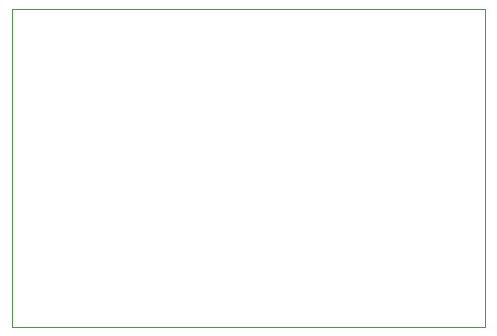
<source format=gko>
G04 Layer_Color=16711935*
%FSLAX43Y43*%
%MOMM*%
G71*
G01*
G75*
%ADD36C,0.100*%
D36*
X40000Y0D02*
Y6000D01*
X34000Y0D02*
X40000D01*
X0Y27000D02*
X40000D01*
X0Y0D02*
Y27000D01*
Y0D02*
X34000D01*
X40000Y6000D02*
Y27000D01*
M02*

</source>
